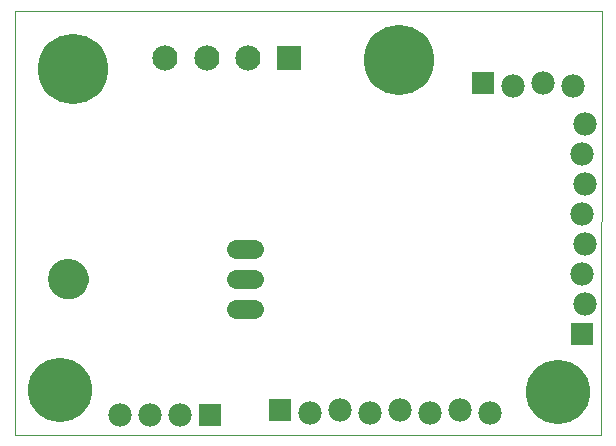
<source format=gbs>
G75*
G70*
%OFA0B0*%
%FSLAX24Y24*%
%IPPOS*%
%LPD*%
%AMOC8*
5,1,8,0,0,1.08239X$1,22.5*
%
%ADD10C,0.0000*%
%ADD11C,0.0640*%
%ADD12C,0.1340*%
%ADD13R,0.0780X0.0780*%
%ADD14C,0.0780*%
%ADD15C,0.2340*%
%ADD16C,0.2140*%
%ADD17R,0.0840X0.0840*%
%ADD18C,0.0840*%
D10*
X000210Y000805D02*
X000201Y014960D01*
X019774Y014960D01*
X019754Y000805D01*
X000210Y000805D01*
X001333Y006024D02*
X001335Y006074D01*
X001341Y006124D01*
X001351Y006174D01*
X001364Y006222D01*
X001381Y006270D01*
X001402Y006316D01*
X001426Y006360D01*
X001454Y006402D01*
X001485Y006442D01*
X001519Y006479D01*
X001556Y006514D01*
X001595Y006545D01*
X001636Y006574D01*
X001680Y006599D01*
X001726Y006621D01*
X001773Y006639D01*
X001821Y006653D01*
X001870Y006664D01*
X001920Y006671D01*
X001970Y006674D01*
X002021Y006673D01*
X002071Y006668D01*
X002121Y006659D01*
X002169Y006647D01*
X002217Y006630D01*
X002263Y006610D01*
X002308Y006587D01*
X002351Y006560D01*
X002391Y006530D01*
X002429Y006497D01*
X002464Y006461D01*
X002497Y006422D01*
X002526Y006381D01*
X002552Y006338D01*
X002575Y006293D01*
X002594Y006246D01*
X002609Y006198D01*
X002621Y006149D01*
X002629Y006099D01*
X002633Y006049D01*
X002633Y005999D01*
X002629Y005949D01*
X002621Y005899D01*
X002609Y005850D01*
X002594Y005802D01*
X002575Y005755D01*
X002552Y005710D01*
X002526Y005667D01*
X002497Y005626D01*
X002464Y005587D01*
X002429Y005551D01*
X002391Y005518D01*
X002351Y005488D01*
X002308Y005461D01*
X002263Y005438D01*
X002217Y005418D01*
X002169Y005401D01*
X002121Y005389D01*
X002071Y005380D01*
X002021Y005375D01*
X001970Y005374D01*
X001920Y005377D01*
X001870Y005384D01*
X001821Y005395D01*
X001773Y005409D01*
X001726Y005427D01*
X001680Y005449D01*
X001636Y005474D01*
X001595Y005503D01*
X001556Y005534D01*
X001519Y005569D01*
X001485Y005606D01*
X001454Y005646D01*
X001426Y005688D01*
X001402Y005732D01*
X001381Y005778D01*
X001364Y005826D01*
X001351Y005874D01*
X001341Y005924D01*
X001335Y005974D01*
X001333Y006024D01*
D11*
X007583Y006024D02*
X008183Y006024D01*
X008183Y005024D02*
X007583Y005024D01*
X007583Y007024D02*
X008183Y007024D01*
D12*
X001983Y006024D03*
D13*
X006723Y001487D03*
X009061Y001650D03*
X019111Y004183D03*
X015817Y012560D03*
D14*
X016817Y012460D03*
X017817Y012560D03*
X018817Y012460D03*
X019211Y011183D03*
X019111Y010183D03*
X019211Y009183D03*
X019111Y008183D03*
X019211Y007183D03*
X019111Y006183D03*
X019211Y005183D03*
X016061Y001550D03*
X015061Y001650D03*
X014061Y001550D03*
X013061Y001650D03*
X012061Y001550D03*
X011061Y001650D03*
X010061Y001550D03*
X005723Y001487D03*
X004723Y001487D03*
X003723Y001487D03*
D15*
X002132Y013034D03*
X012999Y013310D03*
D16*
X001723Y002313D03*
X018298Y002235D03*
D17*
X009361Y013376D03*
D18*
X007983Y013376D03*
X006605Y013376D03*
X005227Y013376D03*
M02*

</source>
